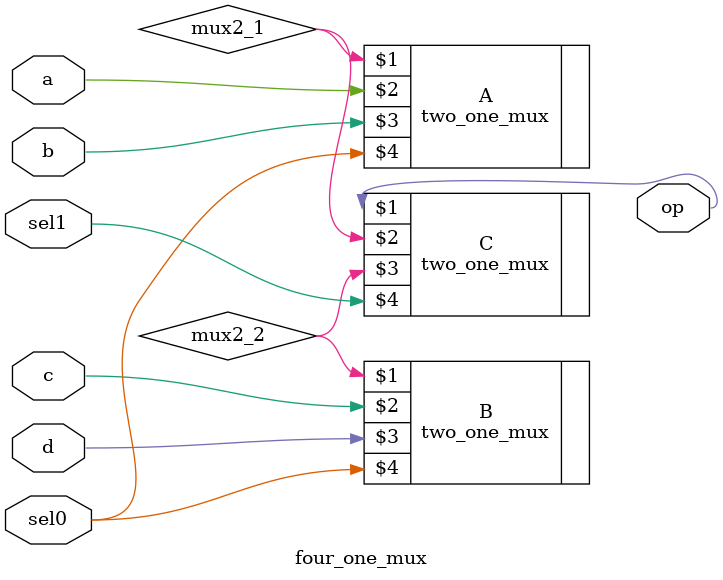
<source format=v>
`timescale 1ns / 1ps
module four_one_mux(op,a,b,c,d,sel0,sel1);
input a,b,c,d,sel0,sel1;
output op;
wire mux2_1 , mux2_2;
two_one_mux A(mux2_1,a,b,sel0);
two_one_mux B(mux2_2,c,d,sel0);
two_one_mux C(op,mux2_1,mux2_2,sel1);
endmodule

</source>
